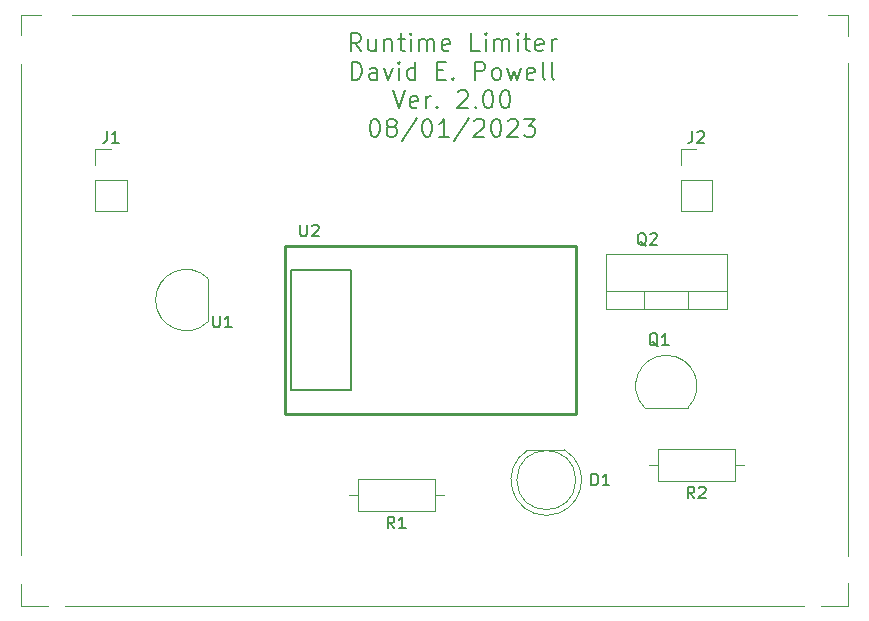
<source format=gbr>
%TF.GenerationSoftware,KiCad,Pcbnew,6.0.11-2627ca5db0~126~ubuntu20.04.1*%
%TF.CreationDate,2023-07-30T12:35:16-04:00*%
%TF.ProjectId,runLimiter,72756e4c-696d-4697-9465-722e6b696361,01*%
%TF.SameCoordinates,Original*%
%TF.FileFunction,Legend,Top*%
%TF.FilePolarity,Positive*%
%FSLAX46Y46*%
G04 Gerber Fmt 4.6, Leading zero omitted, Abs format (unit mm)*
G04 Created by KiCad (PCBNEW 6.0.11-2627ca5db0~126~ubuntu20.04.1) date 2023-07-30 12:35:16*
%MOMM*%
%LPD*%
G01*
G04 APERTURE LIST*
%ADD10C,0.200000*%
%TA.AperFunction,Profile*%
%ADD11C,0.100000*%
%TD*%
%ADD12C,0.150000*%
%ADD13C,0.120000*%
%ADD14C,0.254000*%
%ADD15C,0.152400*%
%ADD16C,6.400000*%
%ADD17R,1.500000X1.050000*%
%ADD18O,1.500000X1.050000*%
%ADD19R,1.700000X1.700000*%
%ADD20O,1.700000X1.700000*%
%ADD21C,1.600000*%
%ADD22O,1.600000X1.600000*%
%ADD23R,1.905000X2.000000*%
%ADD24O,1.905000X2.000000*%
%ADD25R,1.800000X1.800000*%
%ADD26C,1.800000*%
%ADD27R,1.727200X1.727200*%
%ADD28O,1.727200X1.727200*%
%ADD29R,1.050000X1.500000*%
%ADD30O,1.050000X1.500000*%
G04 APERTURE END LIST*
D10*
X28750000Y-3056071D02*
X28250000Y-2341785D01*
X27892857Y-3056071D02*
X27892857Y-1556071D01*
X28464285Y-1556071D01*
X28607142Y-1627500D01*
X28678571Y-1698928D01*
X28750000Y-1841785D01*
X28750000Y-2056071D01*
X28678571Y-2198928D01*
X28607142Y-2270357D01*
X28464285Y-2341785D01*
X27892857Y-2341785D01*
X30035714Y-2056071D02*
X30035714Y-3056071D01*
X29392857Y-2056071D02*
X29392857Y-2841785D01*
X29464285Y-2984642D01*
X29607142Y-3056071D01*
X29821428Y-3056071D01*
X29964285Y-2984642D01*
X30035714Y-2913214D01*
X30750000Y-2056071D02*
X30750000Y-3056071D01*
X30750000Y-2198928D02*
X30821428Y-2127500D01*
X30964285Y-2056071D01*
X31178571Y-2056071D01*
X31321428Y-2127500D01*
X31392857Y-2270357D01*
X31392857Y-3056071D01*
X31892857Y-2056071D02*
X32464285Y-2056071D01*
X32107142Y-1556071D02*
X32107142Y-2841785D01*
X32178571Y-2984642D01*
X32321428Y-3056071D01*
X32464285Y-3056071D01*
X32964285Y-3056071D02*
X32964285Y-2056071D01*
X32964285Y-1556071D02*
X32892857Y-1627500D01*
X32964285Y-1698928D01*
X33035714Y-1627500D01*
X32964285Y-1556071D01*
X32964285Y-1698928D01*
X33678571Y-3056071D02*
X33678571Y-2056071D01*
X33678571Y-2198928D02*
X33750000Y-2127500D01*
X33892857Y-2056071D01*
X34107142Y-2056071D01*
X34250000Y-2127500D01*
X34321428Y-2270357D01*
X34321428Y-3056071D01*
X34321428Y-2270357D02*
X34392857Y-2127500D01*
X34535714Y-2056071D01*
X34750000Y-2056071D01*
X34892857Y-2127500D01*
X34964285Y-2270357D01*
X34964285Y-3056071D01*
X36250000Y-2984642D02*
X36107142Y-3056071D01*
X35821428Y-3056071D01*
X35678571Y-2984642D01*
X35607142Y-2841785D01*
X35607142Y-2270357D01*
X35678571Y-2127500D01*
X35821428Y-2056071D01*
X36107142Y-2056071D01*
X36250000Y-2127500D01*
X36321428Y-2270357D01*
X36321428Y-2413214D01*
X35607142Y-2556071D01*
X38821428Y-3056071D02*
X38107142Y-3056071D01*
X38107142Y-1556071D01*
X39321428Y-3056071D02*
X39321428Y-2056071D01*
X39321428Y-1556071D02*
X39250000Y-1627500D01*
X39321428Y-1698928D01*
X39392857Y-1627500D01*
X39321428Y-1556071D01*
X39321428Y-1698928D01*
X40035714Y-3056071D02*
X40035714Y-2056071D01*
X40035714Y-2198928D02*
X40107142Y-2127500D01*
X40250000Y-2056071D01*
X40464285Y-2056071D01*
X40607142Y-2127500D01*
X40678571Y-2270357D01*
X40678571Y-3056071D01*
X40678571Y-2270357D02*
X40750000Y-2127500D01*
X40892857Y-2056071D01*
X41107142Y-2056071D01*
X41250000Y-2127500D01*
X41321428Y-2270357D01*
X41321428Y-3056071D01*
X42035714Y-3056071D02*
X42035714Y-2056071D01*
X42035714Y-1556071D02*
X41964285Y-1627500D01*
X42035714Y-1698928D01*
X42107142Y-1627500D01*
X42035714Y-1556071D01*
X42035714Y-1698928D01*
X42535714Y-2056071D02*
X43107142Y-2056071D01*
X42750000Y-1556071D02*
X42750000Y-2841785D01*
X42821428Y-2984642D01*
X42964285Y-3056071D01*
X43107142Y-3056071D01*
X44178571Y-2984642D02*
X44035714Y-3056071D01*
X43750000Y-3056071D01*
X43607142Y-2984642D01*
X43535714Y-2841785D01*
X43535714Y-2270357D01*
X43607142Y-2127500D01*
X43750000Y-2056071D01*
X44035714Y-2056071D01*
X44178571Y-2127500D01*
X44250000Y-2270357D01*
X44250000Y-2413214D01*
X43535714Y-2556071D01*
X44892857Y-3056071D02*
X44892857Y-2056071D01*
X44892857Y-2341785D02*
X44964285Y-2198928D01*
X45035714Y-2127500D01*
X45178571Y-2056071D01*
X45321428Y-2056071D01*
X28000000Y-5471071D02*
X28000000Y-3971071D01*
X28357142Y-3971071D01*
X28571428Y-4042500D01*
X28714285Y-4185357D01*
X28785714Y-4328214D01*
X28857142Y-4613928D01*
X28857142Y-4828214D01*
X28785714Y-5113928D01*
X28714285Y-5256785D01*
X28571428Y-5399642D01*
X28357142Y-5471071D01*
X28000000Y-5471071D01*
X30142857Y-5471071D02*
X30142857Y-4685357D01*
X30071428Y-4542500D01*
X29928571Y-4471071D01*
X29642857Y-4471071D01*
X29500000Y-4542500D01*
X30142857Y-5399642D02*
X30000000Y-5471071D01*
X29642857Y-5471071D01*
X29500000Y-5399642D01*
X29428571Y-5256785D01*
X29428571Y-5113928D01*
X29500000Y-4971071D01*
X29642857Y-4899642D01*
X30000000Y-4899642D01*
X30142857Y-4828214D01*
X30714285Y-4471071D02*
X31071428Y-5471071D01*
X31428571Y-4471071D01*
X32000000Y-5471071D02*
X32000000Y-4471071D01*
X32000000Y-3971071D02*
X31928571Y-4042500D01*
X32000000Y-4113928D01*
X32071428Y-4042500D01*
X32000000Y-3971071D01*
X32000000Y-4113928D01*
X33357142Y-5471071D02*
X33357142Y-3971071D01*
X33357142Y-5399642D02*
X33214285Y-5471071D01*
X32928571Y-5471071D01*
X32785714Y-5399642D01*
X32714285Y-5328214D01*
X32642857Y-5185357D01*
X32642857Y-4756785D01*
X32714285Y-4613928D01*
X32785714Y-4542500D01*
X32928571Y-4471071D01*
X33214285Y-4471071D01*
X33357142Y-4542500D01*
X35214285Y-4685357D02*
X35714285Y-4685357D01*
X35928571Y-5471071D02*
X35214285Y-5471071D01*
X35214285Y-3971071D01*
X35928571Y-3971071D01*
X36571428Y-5328214D02*
X36642857Y-5399642D01*
X36571428Y-5471071D01*
X36500000Y-5399642D01*
X36571428Y-5328214D01*
X36571428Y-5471071D01*
X38428571Y-5471071D02*
X38428571Y-3971071D01*
X39000000Y-3971071D01*
X39142857Y-4042500D01*
X39214285Y-4113928D01*
X39285714Y-4256785D01*
X39285714Y-4471071D01*
X39214285Y-4613928D01*
X39142857Y-4685357D01*
X39000000Y-4756785D01*
X38428571Y-4756785D01*
X40142857Y-5471071D02*
X40000000Y-5399642D01*
X39928571Y-5328214D01*
X39857142Y-5185357D01*
X39857142Y-4756785D01*
X39928571Y-4613928D01*
X40000000Y-4542500D01*
X40142857Y-4471071D01*
X40357142Y-4471071D01*
X40500000Y-4542500D01*
X40571428Y-4613928D01*
X40642857Y-4756785D01*
X40642857Y-5185357D01*
X40571428Y-5328214D01*
X40500000Y-5399642D01*
X40357142Y-5471071D01*
X40142857Y-5471071D01*
X41142857Y-4471071D02*
X41428571Y-5471071D01*
X41714285Y-4756785D01*
X42000000Y-5471071D01*
X42285714Y-4471071D01*
X43428571Y-5399642D02*
X43285714Y-5471071D01*
X43000000Y-5471071D01*
X42857142Y-5399642D01*
X42785714Y-5256785D01*
X42785714Y-4685357D01*
X42857142Y-4542500D01*
X43000000Y-4471071D01*
X43285714Y-4471071D01*
X43428571Y-4542500D01*
X43500000Y-4685357D01*
X43500000Y-4828214D01*
X42785714Y-4971071D01*
X44357142Y-5471071D02*
X44214285Y-5399642D01*
X44142857Y-5256785D01*
X44142857Y-3971071D01*
X45142857Y-5471071D02*
X45000000Y-5399642D01*
X44928571Y-5256785D01*
X44928571Y-3971071D01*
X31464285Y-6386071D02*
X31964285Y-7886071D01*
X32464285Y-6386071D01*
X33535714Y-7814642D02*
X33392857Y-7886071D01*
X33107142Y-7886071D01*
X32964285Y-7814642D01*
X32892857Y-7671785D01*
X32892857Y-7100357D01*
X32964285Y-6957500D01*
X33107142Y-6886071D01*
X33392857Y-6886071D01*
X33535714Y-6957500D01*
X33607142Y-7100357D01*
X33607142Y-7243214D01*
X32892857Y-7386071D01*
X34250000Y-7886071D02*
X34250000Y-6886071D01*
X34250000Y-7171785D02*
X34321428Y-7028928D01*
X34392857Y-6957500D01*
X34535714Y-6886071D01*
X34678571Y-6886071D01*
X35178571Y-7743214D02*
X35250000Y-7814642D01*
X35178571Y-7886071D01*
X35107142Y-7814642D01*
X35178571Y-7743214D01*
X35178571Y-7886071D01*
X36964285Y-6528928D02*
X37035714Y-6457500D01*
X37178571Y-6386071D01*
X37535714Y-6386071D01*
X37678571Y-6457500D01*
X37750000Y-6528928D01*
X37821428Y-6671785D01*
X37821428Y-6814642D01*
X37750000Y-7028928D01*
X36892857Y-7886071D01*
X37821428Y-7886071D01*
X38464285Y-7743214D02*
X38535714Y-7814642D01*
X38464285Y-7886071D01*
X38392857Y-7814642D01*
X38464285Y-7743214D01*
X38464285Y-7886071D01*
X39464285Y-6386071D02*
X39607142Y-6386071D01*
X39750000Y-6457500D01*
X39821428Y-6528928D01*
X39892857Y-6671785D01*
X39964285Y-6957500D01*
X39964285Y-7314642D01*
X39892857Y-7600357D01*
X39821428Y-7743214D01*
X39750000Y-7814642D01*
X39607142Y-7886071D01*
X39464285Y-7886071D01*
X39321428Y-7814642D01*
X39250000Y-7743214D01*
X39178571Y-7600357D01*
X39107142Y-7314642D01*
X39107142Y-6957500D01*
X39178571Y-6671785D01*
X39250000Y-6528928D01*
X39321428Y-6457500D01*
X39464285Y-6386071D01*
X40892857Y-6386071D02*
X41035714Y-6386071D01*
X41178571Y-6457500D01*
X41250000Y-6528928D01*
X41321428Y-6671785D01*
X41392857Y-6957500D01*
X41392857Y-7314642D01*
X41321428Y-7600357D01*
X41250000Y-7743214D01*
X41178571Y-7814642D01*
X41035714Y-7886071D01*
X40892857Y-7886071D01*
X40750000Y-7814642D01*
X40678571Y-7743214D01*
X40607142Y-7600357D01*
X40535714Y-7314642D01*
X40535714Y-6957500D01*
X40607142Y-6671785D01*
X40678571Y-6528928D01*
X40750000Y-6457500D01*
X40892857Y-6386071D01*
X29857142Y-8801071D02*
X30000000Y-8801071D01*
X30142857Y-8872500D01*
X30214285Y-8943928D01*
X30285714Y-9086785D01*
X30357142Y-9372500D01*
X30357142Y-9729642D01*
X30285714Y-10015357D01*
X30214285Y-10158214D01*
X30142857Y-10229642D01*
X30000000Y-10301071D01*
X29857142Y-10301071D01*
X29714285Y-10229642D01*
X29642857Y-10158214D01*
X29571428Y-10015357D01*
X29500000Y-9729642D01*
X29500000Y-9372500D01*
X29571428Y-9086785D01*
X29642857Y-8943928D01*
X29714285Y-8872500D01*
X29857142Y-8801071D01*
X31214285Y-9443928D02*
X31071428Y-9372500D01*
X31000000Y-9301071D01*
X30928571Y-9158214D01*
X30928571Y-9086785D01*
X31000000Y-8943928D01*
X31071428Y-8872500D01*
X31214285Y-8801071D01*
X31500000Y-8801071D01*
X31642857Y-8872500D01*
X31714285Y-8943928D01*
X31785714Y-9086785D01*
X31785714Y-9158214D01*
X31714285Y-9301071D01*
X31642857Y-9372500D01*
X31500000Y-9443928D01*
X31214285Y-9443928D01*
X31071428Y-9515357D01*
X31000000Y-9586785D01*
X30928571Y-9729642D01*
X30928571Y-10015357D01*
X31000000Y-10158214D01*
X31071428Y-10229642D01*
X31214285Y-10301071D01*
X31500000Y-10301071D01*
X31642857Y-10229642D01*
X31714285Y-10158214D01*
X31785714Y-10015357D01*
X31785714Y-9729642D01*
X31714285Y-9586785D01*
X31642857Y-9515357D01*
X31500000Y-9443928D01*
X33500000Y-8729642D02*
X32214285Y-10658214D01*
X34285714Y-8801071D02*
X34428571Y-8801071D01*
X34571428Y-8872500D01*
X34642857Y-8943928D01*
X34714285Y-9086785D01*
X34785714Y-9372500D01*
X34785714Y-9729642D01*
X34714285Y-10015357D01*
X34642857Y-10158214D01*
X34571428Y-10229642D01*
X34428571Y-10301071D01*
X34285714Y-10301071D01*
X34142857Y-10229642D01*
X34071428Y-10158214D01*
X34000000Y-10015357D01*
X33928571Y-9729642D01*
X33928571Y-9372500D01*
X34000000Y-9086785D01*
X34071428Y-8943928D01*
X34142857Y-8872500D01*
X34285714Y-8801071D01*
X36214285Y-10301071D02*
X35357142Y-10301071D01*
X35785714Y-10301071D02*
X35785714Y-8801071D01*
X35642857Y-9015357D01*
X35500000Y-9158214D01*
X35357142Y-9229642D01*
X37928571Y-8729642D02*
X36642857Y-10658214D01*
X38357142Y-8943928D02*
X38428571Y-8872500D01*
X38571428Y-8801071D01*
X38928571Y-8801071D01*
X39071428Y-8872500D01*
X39142857Y-8943928D01*
X39214285Y-9086785D01*
X39214285Y-9229642D01*
X39142857Y-9443928D01*
X38285714Y-10301071D01*
X39214285Y-10301071D01*
X40142857Y-8801071D02*
X40285714Y-8801071D01*
X40428571Y-8872500D01*
X40500000Y-8943928D01*
X40571428Y-9086785D01*
X40642857Y-9372500D01*
X40642857Y-9729642D01*
X40571428Y-10015357D01*
X40500000Y-10158214D01*
X40428571Y-10229642D01*
X40285714Y-10301071D01*
X40142857Y-10301071D01*
X40000000Y-10229642D01*
X39928571Y-10158214D01*
X39857142Y-10015357D01*
X39785714Y-9729642D01*
X39785714Y-9372500D01*
X39857142Y-9086785D01*
X39928571Y-8943928D01*
X40000000Y-8872500D01*
X40142857Y-8801071D01*
X41214285Y-8943928D02*
X41285714Y-8872500D01*
X41428571Y-8801071D01*
X41785714Y-8801071D01*
X41928571Y-8872500D01*
X42000000Y-8943928D01*
X42071428Y-9086785D01*
X42071428Y-9229642D01*
X42000000Y-9443928D01*
X41142857Y-10301071D01*
X42071428Y-10301071D01*
X42571428Y-8801071D02*
X43500000Y-8801071D01*
X43000000Y-9372500D01*
X43214285Y-9372500D01*
X43357142Y-9443928D01*
X43428571Y-9515357D01*
X43500000Y-9658214D01*
X43500000Y-10015357D01*
X43428571Y-10158214D01*
X43357142Y-10229642D01*
X43214285Y-10301071D01*
X42785714Y-10301071D01*
X42642857Y-10229642D01*
X42571428Y-10158214D01*
D11*
X0Y0D02*
X70000000Y0D01*
X70000000Y0D02*
X70000000Y-50000000D01*
X70000000Y-50000000D02*
X0Y-50000000D01*
X0Y-50000000D02*
X0Y0D01*
D12*
%TO.C,U1*%
X16238095Y-25452380D02*
X16238095Y-26261904D01*
X16285714Y-26357142D01*
X16333333Y-26404761D01*
X16428571Y-26452380D01*
X16619047Y-26452380D01*
X16714285Y-26404761D01*
X16761904Y-26357142D01*
X16809523Y-26261904D01*
X16809523Y-25452380D01*
X17809523Y-26452380D02*
X17238095Y-26452380D01*
X17523809Y-26452380D02*
X17523809Y-25452380D01*
X17428571Y-25595238D01*
X17333333Y-25690476D01*
X17238095Y-25738095D01*
%TO.C,J1*%
X7256666Y-9822380D02*
X7256666Y-10536666D01*
X7209047Y-10679523D01*
X7113809Y-10774761D01*
X6970952Y-10822380D01*
X6875714Y-10822380D01*
X8256666Y-10822380D02*
X7685238Y-10822380D01*
X7970952Y-10822380D02*
X7970952Y-9822380D01*
X7875714Y-9965238D01*
X7780476Y-10060476D01*
X7685238Y-10108095D01*
%TO.C,J2*%
X56816666Y-9822380D02*
X56816666Y-10536666D01*
X56769047Y-10679523D01*
X56673809Y-10774761D01*
X56530952Y-10822380D01*
X56435714Y-10822380D01*
X57245238Y-9917619D02*
X57292857Y-9870000D01*
X57388095Y-9822380D01*
X57626190Y-9822380D01*
X57721428Y-9870000D01*
X57769047Y-9917619D01*
X57816666Y-10012857D01*
X57816666Y-10108095D01*
X57769047Y-10250952D01*
X57197619Y-10822380D01*
X57816666Y-10822380D01*
%TO.C,R1*%
X31583333Y-43462380D02*
X31250000Y-42986190D01*
X31011904Y-43462380D02*
X31011904Y-42462380D01*
X31392857Y-42462380D01*
X31488095Y-42510000D01*
X31535714Y-42557619D01*
X31583333Y-42652857D01*
X31583333Y-42795714D01*
X31535714Y-42890952D01*
X31488095Y-42938571D01*
X31392857Y-42986190D01*
X31011904Y-42986190D01*
X32535714Y-43462380D02*
X31964285Y-43462380D01*
X32250000Y-43462380D02*
X32250000Y-42462380D01*
X32154761Y-42605238D01*
X32059523Y-42700476D01*
X31964285Y-42748095D01*
%TO.C,R2*%
X56983333Y-40922380D02*
X56650000Y-40446190D01*
X56411904Y-40922380D02*
X56411904Y-39922380D01*
X56792857Y-39922380D01*
X56888095Y-39970000D01*
X56935714Y-40017619D01*
X56983333Y-40112857D01*
X56983333Y-40255714D01*
X56935714Y-40350952D01*
X56888095Y-40398571D01*
X56792857Y-40446190D01*
X56411904Y-40446190D01*
X57364285Y-40017619D02*
X57411904Y-39970000D01*
X57507142Y-39922380D01*
X57745238Y-39922380D01*
X57840476Y-39970000D01*
X57888095Y-40017619D01*
X57935714Y-40112857D01*
X57935714Y-40208095D01*
X57888095Y-40350952D01*
X57316666Y-40922380D01*
X57935714Y-40922380D01*
%TO.C,Q2*%
X52904761Y-19547619D02*
X52809523Y-19500000D01*
X52714285Y-19404761D01*
X52571428Y-19261904D01*
X52476190Y-19214285D01*
X52380952Y-19214285D01*
X52428571Y-19452380D02*
X52333333Y-19404761D01*
X52238095Y-19309523D01*
X52190476Y-19119047D01*
X52190476Y-18785714D01*
X52238095Y-18595238D01*
X52333333Y-18500000D01*
X52428571Y-18452380D01*
X52619047Y-18452380D01*
X52714285Y-18500000D01*
X52809523Y-18595238D01*
X52857142Y-18785714D01*
X52857142Y-19119047D01*
X52809523Y-19309523D01*
X52714285Y-19404761D01*
X52619047Y-19452380D01*
X52428571Y-19452380D01*
X53238095Y-18547619D02*
X53285714Y-18500000D01*
X53380952Y-18452380D01*
X53619047Y-18452380D01*
X53714285Y-18500000D01*
X53761904Y-18547619D01*
X53809523Y-18642857D01*
X53809523Y-18738095D01*
X53761904Y-18880952D01*
X53190476Y-19452380D01*
X53809523Y-19452380D01*
%TO.C,D1*%
X48261904Y-39822380D02*
X48261904Y-38822380D01*
X48500000Y-38822380D01*
X48642857Y-38870000D01*
X48738095Y-38965238D01*
X48785714Y-39060476D01*
X48833333Y-39250952D01*
X48833333Y-39393809D01*
X48785714Y-39584285D01*
X48738095Y-39679523D01*
X48642857Y-39774761D01*
X48500000Y-39822380D01*
X48261904Y-39822380D01*
X49785714Y-39822380D02*
X49214285Y-39822380D01*
X49500000Y-39822380D02*
X49500000Y-38822380D01*
X49404761Y-38965238D01*
X49309523Y-39060476D01*
X49214285Y-39108095D01*
%TO.C,U2*%
X23622095Y-17740380D02*
X23622095Y-18549904D01*
X23669714Y-18645142D01*
X23717333Y-18692761D01*
X23812571Y-18740380D01*
X24003047Y-18740380D01*
X24098285Y-18692761D01*
X24145904Y-18645142D01*
X24193523Y-18549904D01*
X24193523Y-17740380D01*
X24622095Y-17835619D02*
X24669714Y-17788000D01*
X24764952Y-17740380D01*
X25003047Y-17740380D01*
X25098285Y-17788000D01*
X25145904Y-17835619D01*
X25193523Y-17930857D01*
X25193523Y-18026095D01*
X25145904Y-18168952D01*
X24574476Y-18740380D01*
X25193523Y-18740380D01*
%TO.C,Q1*%
X53904761Y-28047619D02*
X53809523Y-28000000D01*
X53714285Y-27904761D01*
X53571428Y-27761904D01*
X53476190Y-27714285D01*
X53380952Y-27714285D01*
X53428571Y-27952380D02*
X53333333Y-27904761D01*
X53238095Y-27809523D01*
X53190476Y-27619047D01*
X53190476Y-27285714D01*
X53238095Y-27095238D01*
X53333333Y-27000000D01*
X53428571Y-26952380D01*
X53619047Y-26952380D01*
X53714285Y-27000000D01*
X53809523Y-27095238D01*
X53857142Y-27285714D01*
X53857142Y-27619047D01*
X53809523Y-27809523D01*
X53714285Y-27904761D01*
X53619047Y-27952380D01*
X53428571Y-27952380D01*
X54809523Y-27952380D02*
X54238095Y-27952380D01*
X54523809Y-27952380D02*
X54523809Y-26952380D01*
X54428571Y-27095238D01*
X54333333Y-27190476D01*
X54238095Y-27238095D01*
D13*
%TO.C,U1*%
X15820000Y-25930000D02*
X15820000Y-22330000D01*
X15808478Y-22291522D02*
G75*
G03*
X11370000Y-24130000I-1838478J-1838478D01*
G01*
X11369999Y-24130000D02*
G75*
G03*
X15808478Y-25968478I2600001J0D01*
G01*
%TO.C,J1*%
X8920000Y-13970000D02*
X8920000Y-16570000D01*
X6260000Y-12700000D02*
X6260000Y-11370000D01*
X6260000Y-16570000D02*
X8920000Y-16570000D01*
X6260000Y-13970000D02*
X6260000Y-16570000D01*
X6260000Y-13970000D02*
X8920000Y-13970000D01*
X6260000Y-11370000D02*
X7590000Y-11370000D01*
%TO.C,J2*%
X55820000Y-16570000D02*
X58480000Y-16570000D01*
X55820000Y-11370000D02*
X57150000Y-11370000D01*
X55820000Y-13970000D02*
X55820000Y-16570000D01*
X55820000Y-12700000D02*
X55820000Y-11370000D01*
X58480000Y-13970000D02*
X58480000Y-16570000D01*
X55820000Y-13970000D02*
X58480000Y-13970000D01*
%TO.C,R1*%
X28480000Y-39270000D02*
X28480000Y-42010000D01*
X35020000Y-42010000D02*
X35020000Y-39270000D01*
X27710000Y-40640000D02*
X28480000Y-40640000D01*
X35790000Y-40640000D02*
X35020000Y-40640000D01*
X35020000Y-39270000D02*
X28480000Y-39270000D01*
X28480000Y-42010000D02*
X35020000Y-42010000D01*
%TO.C,R2*%
X61190000Y-38100000D02*
X60420000Y-38100000D01*
X53110000Y-38100000D02*
X53880000Y-38100000D01*
X53880000Y-39470000D02*
X60420000Y-39470000D01*
X53880000Y-36730000D02*
X53880000Y-39470000D01*
X60420000Y-39470000D02*
X60420000Y-36730000D01*
X60420000Y-36730000D02*
X53880000Y-36730000D01*
%TO.C,Q2*%
X59730000Y-24860000D02*
X49490000Y-24860000D01*
X59730000Y-23350000D02*
X49490000Y-23350000D01*
X49490000Y-24860000D02*
X49490000Y-20219000D01*
X59730000Y-24860000D02*
X59730000Y-20219000D01*
X56460000Y-24860000D02*
X56460000Y-23350000D01*
X59730000Y-20219000D02*
X49490000Y-20219000D01*
X52759000Y-24860000D02*
X52759000Y-23350000D01*
%TO.C,D1*%
X45995000Y-36810000D02*
X42905000Y-36810000D01*
X42905170Y-36810000D02*
G75*
G03*
X44450462Y-42360000I1544830J-2560000D01*
G01*
X44449538Y-42360000D02*
G75*
G03*
X45994830Y-36810000I462J2990000D01*
G01*
X46950000Y-39370000D02*
G75*
G03*
X46950000Y-39370000I-2500000J0D01*
G01*
D14*
%TO.C,U2*%
X46990000Y-33782000D02*
X22352000Y-33782000D01*
D15*
X22860000Y-21590000D02*
X22860000Y-24130000D01*
D14*
X46990000Y-19558000D02*
X46990000Y-33782000D01*
D15*
X22860000Y-31750000D02*
X27940000Y-31750000D01*
D14*
X22352000Y-33782000D02*
X22352000Y-19558000D01*
X22352000Y-19558000D02*
X46990000Y-19558000D01*
D15*
X22860000Y-24130000D02*
X22860000Y-31750000D01*
X27940000Y-21590000D02*
X25400000Y-21590000D01*
X25400000Y-21590000D02*
X22860000Y-21590000D01*
X27940000Y-31750000D02*
X27940000Y-21590000D01*
D13*
%TO.C,Q1*%
X52810000Y-33251115D02*
X56410000Y-33251115D01*
X54610000Y-28801114D02*
G75*
G03*
X52771522Y-33239593I0J-2600001D01*
G01*
X56448478Y-33239593D02*
G75*
G03*
X54610000Y-28801115I-1838478J1838478D01*
G01*
%TD*%
%LPC*%
D16*
%TO.C,REF\u002A\u002A*%
X3000000Y-3000000D03*
%TD*%
%TO.C,REF\u002A\u002A*%
X3000000Y-47000000D03*
%TD*%
%TO.C,REF\u002A\u002A*%
X67000000Y-47000000D03*
%TD*%
D17*
%TO.C,U1*%
X13970000Y-25400000D03*
D18*
X13970000Y-24130000D03*
X13970000Y-22860000D03*
%TD*%
D19*
%TO.C,J1*%
X7590000Y-12700000D03*
D20*
X7590000Y-15240000D03*
%TD*%
D19*
%TO.C,J2*%
X57150000Y-12700000D03*
D20*
X57150000Y-15240000D03*
%TD*%
D21*
%TO.C,R1*%
X36830000Y-40640000D03*
D22*
X26670000Y-40640000D03*
%TD*%
D21*
%TO.C,R2*%
X62230000Y-38100000D03*
D22*
X52070000Y-38100000D03*
%TD*%
D23*
%TO.C,Q2*%
X57150000Y-21590000D03*
D24*
X54610000Y-21590000D03*
X52070000Y-21590000D03*
%TD*%
D25*
%TO.C,D1*%
X44450000Y-38100000D03*
D26*
X44450000Y-40640000D03*
%TD*%
D27*
%TO.C,U2*%
X26670000Y-22860000D03*
D28*
X24130000Y-22860000D03*
X26670000Y-25400000D03*
X24130000Y-25400000D03*
X26670000Y-27940000D03*
X24130000Y-27940000D03*
X26670000Y-30480000D03*
X24130000Y-30480000D03*
%TD*%
D29*
%TO.C,Q1*%
X53340000Y-31401115D03*
D30*
X54610000Y-31401115D03*
X55880000Y-31401115D03*
%TD*%
D16*
%TO.C,REF\u002A\u002A*%
X67000000Y-3000000D03*
%TD*%
M02*

</source>
